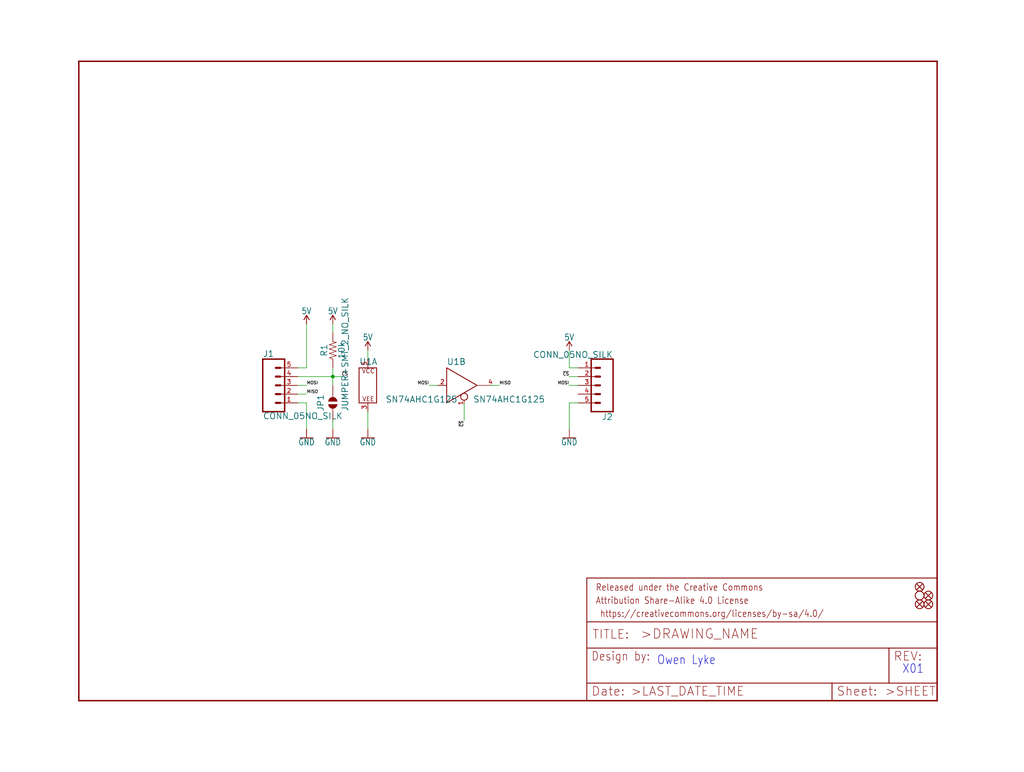
<source format=kicad_sch>
(kicad_sch (version 20211123) (generator eeschema)
  (paper "User" 297.002 223.926)
  (lib_symbols
    (symbol "eagleSchem-eagle-import:10KOHM-0603-1{slash}10W-1%"
      (property "Reference" "R" (at 0 1.524 0))
      (property "Value" "10KOHM-0603-1{slash}10W-1%" (at 0 -1.524 0))
      (symbol "10KOHM-0603-1{slash}10W-1%_1_0"
        (polyline (pts (xy -2.54 0) (xy -2.159 1.016)) (stroke (width 0.1524)))
        (polyline (pts (xy -2.159 1.016) (xy -1.524 -1.016)) (stroke (width 0.1524)))
        (polyline (pts (xy -1.524 -1.016) (xy -0.889 1.016)) (stroke (width 0.1524)))
        (polyline (pts (xy -0.889 1.016) (xy -0.254 -1.016)) (stroke (width 0.1524)))
        (polyline (pts (xy -0.254 -1.016) (xy 0.381 1.016)) (stroke (width 0.1524)))
        (polyline (pts (xy 0.381 1.016) (xy 1.016 -1.016)) (stroke (width 0.1524)))
        (polyline (pts (xy 1.016 -1.016) (xy 1.651 1.016)) (stroke (width 0.1524)))
        (polyline (pts (xy 1.651 1.016) (xy 2.286 -1.016)) (stroke (width 0.1524)))
        (polyline (pts (xy 2.286 -1.016) (xy 2.54 0)) (stroke (width 0.1524)))
        (pin passive line (at -5.08 0 0) (length 2.54) (name "1") (number "1"))
        (pin passive line (at 5.08 0 180) (length 2.54) (name "2") (number "2"))
      )
    )
    (symbol "eagleSchem-eagle-import:5V" (power)
      (property "Value" "5V" (at 0 2.794 0))
      (symbol "5V_1_0"
        (polyline (pts (xy 0 2.54) (xy -0.762 1.27)) (stroke (width 0.254)))
        (polyline (pts (xy 0.762 1.27) (xy 0 2.54)) (stroke (width 0.254)))
        (pin power_in line (at 0 0 90) (length 2.54) (name "5V") (number "1"))
      )
    )
    (symbol "eagleSchem-eagle-import:741G125D"
      (property "Reference" "U" (at -2.54 5.842 0))
      (property "Value" "741G125D" (at 5.08 -5.08 0))
      (symbol "741G125D_1_0"
        (polyline (pts (xy -2.54 -5.08) (xy -2.54 5.08)) (stroke (width 0.254)))
        (polyline (pts (xy -2.54 5.08) (xy 2.54 5.08)) (stroke (width 0.254)))
        (polyline (pts (xy 2.54 -5.08) (xy -2.54 -5.08)) (stroke (width 0.254)))
        (polyline (pts (xy 2.54 5.08) (xy 2.54 -5.08)) (stroke (width 0.254)))
        (text "VCC" (at 0.127 3.429 0) (effects (font (size 1.27 1.27)) (justify bottom)))
        (text "VEE" (at 0.127 -4.699 0) (effects (font (size 1.27 1.27)) (justify bottom)))
        (pin bidirectional line (at 0 -7.62 90) (length 2.54) (name "P$V-") (number "3"))
        (pin bidirectional line (at 0 7.62 270) (length 2.54) (name "P$V+") (number "5"))
      )
      (symbol "741G125D_2_0"
        (polyline (pts (xy -2.54 -5.08) (xy -2.54 5.08)) (stroke (width 0.254)))
        (polyline (pts (xy -2.54 5.08) (xy 6.2585 0)) (stroke (width 0.254)))
        (polyline (pts (xy 2.54 -4.318) (xy 2.54 -5.08)) (stroke (width 0.1524)))
        (polyline (pts (xy 6.2585 0) (xy -2.54 -5.08)) (stroke (width 0.254)))
        (polyline (pts (xy 10.16 0) (xy 6.096 0)) (stroke (width 0.1524)))
        (circle (center 2.54 -3.302) (radius 1.016) (stroke (width 0.254)))
        (pin bidirectional line (at 2.54 -5.08 270) (length 0) (name "~{EN}") (number "1"))
        (pin bidirectional line (at -5.08 0 0) (length 2.54) (name "A") (number "2"))
        (pin bidirectional line (at 10.16 0 0) (length 0) (name "Y") (number "4"))
      )
    )
    (symbol "eagleSchem-eagle-import:CONN_05NO_SILK"
      (property "Reference" "J" (at -2.54 8.128 0))
      (property "Value" "CONN_05NO_SILK" (at -2.54 -9.906 0))
      (symbol "CONN_05NO_SILK_1_0"
        (polyline (pts (xy -2.54 7.62) (xy -2.54 -7.62)) (stroke (width 0.4064)))
        (polyline (pts (xy -2.54 7.62) (xy 3.81 7.62)) (stroke (width 0.4064)))
        (polyline (pts (xy 1.27 -5.08) (xy 2.54 -5.08)) (stroke (width 0.6096)))
        (polyline (pts (xy 1.27 -2.54) (xy 2.54 -2.54)) (stroke (width 0.6096)))
        (polyline (pts (xy 1.27 0) (xy 2.54 0)) (stroke (width 0.6096)))
        (polyline (pts (xy 1.27 2.54) (xy 2.54 2.54)) (stroke (width 0.6096)))
        (polyline (pts (xy 1.27 5.08) (xy 2.54 5.08)) (stroke (width 0.6096)))
        (polyline (pts (xy 3.81 -7.62) (xy -2.54 -7.62)) (stroke (width 0.4064)))
        (polyline (pts (xy 3.81 -7.62) (xy 3.81 7.62)) (stroke (width 0.4064)))
        (pin passive line (at 7.62 -5.08 180) (length 5.08) (name "1") (number "1"))
        (pin passive line (at 7.62 -2.54 180) (length 5.08) (name "2") (number "2"))
        (pin passive line (at 7.62 0 180) (length 5.08) (name "3") (number "3"))
        (pin passive line (at 7.62 2.54 180) (length 5.08) (name "4") (number "4"))
        (pin passive line (at 7.62 5.08 180) (length 5.08) (name "5") (number "5"))
      )
    )
    (symbol "eagleSchem-eagle-import:FIDUCIAL1X2"
      (symbol "FIDUCIAL1X2_1_0"
        (polyline (pts (xy -0.762 0.762) (xy 0.762 -0.762)) (stroke (width 0.254)))
        (polyline (pts (xy 0.762 0.762) (xy -0.762 -0.762)) (stroke (width 0.254)))
        (circle (center 0 0) (radius 1.27) (stroke (width 0.254)))
      )
    )
    (symbol "eagleSchem-eagle-import:FRAME-LETTER"
      (symbol "FRAME-LETTER_1_0"
        (polyline (pts (xy 0 0) (xy 248.92 0)) (stroke (width 0.4064)))
        (polyline (pts (xy 0 185.42) (xy 0 0)) (stroke (width 0.4064)))
        (polyline (pts (xy 0 185.42) (xy 248.92 185.42)) (stroke (width 0.4064)))
        (polyline (pts (xy 248.92 185.42) (xy 248.92 0)) (stroke (width 0.4064)))
      )
      (symbol "FRAME-LETTER_2_0"
        (polyline (pts (xy 0 0) (xy 0 5.08)) (stroke (width 0.254)))
        (polyline (pts (xy 0 0) (xy 71.12 0)) (stroke (width 0.254)))
        (polyline (pts (xy 0 5.08) (xy 0 15.24)) (stroke (width 0.254)))
        (polyline (pts (xy 0 5.08) (xy 71.12 5.08)) (stroke (width 0.254)))
        (polyline (pts (xy 0 15.24) (xy 0 22.86)) (stroke (width 0.254)))
        (polyline (pts (xy 0 22.86) (xy 0 35.56)) (stroke (width 0.254)))
        (polyline (pts (xy 0 22.86) (xy 101.6 22.86)) (stroke (width 0.254)))
        (polyline (pts (xy 71.12 0) (xy 101.6 0)) (stroke (width 0.254)))
        (polyline (pts (xy 71.12 5.08) (xy 71.12 0)) (stroke (width 0.254)))
        (polyline (pts (xy 71.12 5.08) (xy 87.63 5.08)) (stroke (width 0.254)))
        (polyline (pts (xy 87.63 5.08) (xy 101.6 5.08)) (stroke (width 0.254)))
        (polyline (pts (xy 87.63 15.24) (xy 0 15.24)) (stroke (width 0.254)))
        (polyline (pts (xy 87.63 15.24) (xy 87.63 5.08)) (stroke (width 0.254)))
        (polyline (pts (xy 101.6 5.08) (xy 101.6 0)) (stroke (width 0.254)))
        (polyline (pts (xy 101.6 15.24) (xy 87.63 15.24)) (stroke (width 0.254)))
        (polyline (pts (xy 101.6 15.24) (xy 101.6 5.08)) (stroke (width 0.254)))
        (polyline (pts (xy 101.6 22.86) (xy 101.6 15.24)) (stroke (width 0.254)))
        (polyline (pts (xy 101.6 35.56) (xy 0 35.56)) (stroke (width 0.254)))
        (polyline (pts (xy 101.6 35.56) (xy 101.6 22.86)) (stroke (width 0.254)))
        (text " https://creativecommons.org/licenses/by-sa/4.0/" (at 2.54 24.13 0) (effects (font (size 1.9304 1.6408)) (justify left bottom)))
        (text ">DRAWING_NAME" (at 15.494 17.78 0) (effects (font (size 2.7432 2.7432)) (justify left bottom)))
        (text ">LAST_DATE_TIME" (at 12.7 1.27 0) (effects (font (size 2.54 2.54)) (justify left bottom)))
        (text ">SHEET" (at 86.36 1.27 0) (effects (font (size 2.54 2.54)) (justify left bottom)))
        (text "Attribution Share-Alike 4.0 License" (at 2.54 27.94 0) (effects (font (size 1.9304 1.6408)) (justify left bottom)))
        (text "Date:" (at 1.27 1.27 0) (effects (font (size 2.54 2.54)) (justify left bottom)))
        (text "Design by:" (at 1.27 11.43 0) (effects (font (size 2.54 2.159)) (justify left bottom)))
        (text "Released under the Creative Commons" (at 2.54 31.75 0) (effects (font (size 1.9304 1.6408)) (justify left bottom)))
        (text "REV:" (at 88.9 11.43 0) (effects (font (size 2.54 2.54)) (justify left bottom)))
        (text "Sheet:" (at 72.39 1.27 0) (effects (font (size 2.54 2.54)) (justify left bottom)))
        (text "TITLE:" (at 1.524 17.78 0) (effects (font (size 2.54 2.54)) (justify left bottom)))
      )
    )
    (symbol "eagleSchem-eagle-import:GND" (power)
      (property "Value" "GND" (at 0 -0.254 0))
      (symbol "GND_1_0"
        (polyline (pts (xy -1.905 0) (xy 1.905 0)) (stroke (width 0.254)))
        (pin power_in line (at 0 2.54 270) (length 2.54) (name "GND") (number "1"))
      )
    )
    (symbol "eagleSchem-eagle-import:JUMPER-SMT_2_NO_SILK"
      (property "Reference" "JP" (at -2.54 2.54 0))
      (property "Value" "JUMPER-SMT_2_NO_SILK" (at -2.54 -2.54 0))
      (symbol "JUMPER-SMT_2_NO_SILK_1_0"
        (arc (start -0.381 1.2699) (mid -1.6508 0) (end -0.381 -1.2699) (stroke (width 0.0001)) (fill (type outline)))
        (polyline (pts (xy -2.54 0) (xy -1.651 0)) (stroke (width 0.1524)))
        (polyline (pts (xy 2.54 0) (xy 1.651 0)) (stroke (width 0.1524)))
        (arc (start 0.381 -1.2699) (mid 1.6508 0) (end 0.381 1.2699) (stroke (width 0.0001)) (fill (type outline)))
        (pin passive line (at -5.08 0 0) (length 2.54) (name "1") (number "1"))
        (pin passive line (at 5.08 0 180) (length 2.54) (name "2") (number "2"))
      )
    )
    (symbol "eagleSchem-eagle-import:STAND-OFF"
      (symbol "STAND-OFF_1_0"
        (circle (center 0 0) (radius 1.27) (stroke (width 0.254)))
      )
    )
  )
  (junction (at 96.52 109.22))
  (wire (pts (xy 167.64 111.76) (xy 165.1 111.76)))
  (wire (pts (xy 96.52 106.68) (xy 96.52 109.22)))
  (wire (pts (xy 167.64 116.84) (xy 165.1 116.84)))
  (wire (pts (xy 96.52 109.22) (xy 99.06 109.22)))
  (wire (pts (xy 86.36 116.84) (xy 88.9 116.84)))
  (wire (pts (xy 96.52 124.46) (xy 96.52 121.92)))
  (wire (pts (xy 165.1 116.84) (xy 165.1 124.46)))
  (wire (pts (xy 165.1 106.68) (xy 165.1 101.6)))
  (wire (pts (xy 86.36 106.68) (xy 88.9 106.68)))
  (wire (pts (xy 167.64 109.22) (xy 165.1 109.22)))
  (wire (pts (xy 86.36 111.76) (xy 88.9 111.76)))
  (wire (pts (xy 86.36 114.3) (xy 88.9 114.3)))
  (wire (pts (xy 167.64 106.68) (xy 165.1 106.68)))
  (wire (pts (xy 96.52 96.52) (xy 96.52 93.98)))
  (wire (pts (xy 88.9 106.68) (xy 88.9 93.98)))
  (wire (pts (xy 142.24 111.76) (xy 144.78 111.76)))
  (wire (pts (xy 88.9 116.84) (xy 88.9 124.46)))
  (wire (pts (xy 96.52 111.76) (xy 96.52 109.22)))
  (wire (pts (xy 106.68 119.38) (xy 106.68 124.46)))
  (wire (pts (xy 127 111.76) (xy 124.46 111.76)))
  (wire (pts (xy 106.68 104.14) (xy 106.68 101.6)))
  (wire (pts (xy 134.62 116.84) (xy 134.62 121.92)))
  (wire (pts (xy 86.36 109.22) (xy 96.52 109.22)))
  (text "X01" (at 261.62 195.58 180) (effects (font (size 2.54 2.159)) (justify left bottom)))
  (text "Owen Lyke" (at 190.5 193.04 180) (effects (font (size 2.54 2.159)) (justify left bottom)))
  (label "MISO" (at 88.9 114.3 0) (effects (font (size 0.889 0.889))))
  (label "~{CS}" (at 165.1 109.22 180) (effects (font (size 0.889 0.889))))
  (label "MOSI" (at 165.1 111.76 180) (effects (font (size 0.889 0.889))))
  (label "~{CS}" (at 99.06 109.22 0) (effects (font (size 0.889 0.889))))
  (label "MISO" (at 144.78 111.76 0) (effects (font (size 0.889 0.889))))
  (label "MOSI" (at 88.9 111.76 0) (effects (font (size 0.889 0.889))))
  (label "MOSI" (at 124.46 111.76 180) (effects (font (size 0.889 0.889))))
  (label "~{CS}" (at 134.62 121.92 270) (effects (font (size 0.889 0.889))))
  (symbol (lib_id "eagleSchem-eagle-import:FRAME-LETTER") (at 22.86 203.2 0) (unit 1)
    (property "Reference" "FRAME1" (effects hide))
    (property "Value" "FRAME-LETTER" (effects hide))
    (property "Footprint" "eagleSchem:CREATIVE_COMMONS" (effects hide))
  )
  (symbol (lib_id "eagleSchem-eagle-import:FIDUCIAL1X2") (at 269.24 172.72 0) (unit 1)
    (property "Reference" "FD2" (effects hide))
    (property "Value" "FIDUCIAL1X2" (effects hide))
    (property "Footprint" "eagleSchem:FIDUCIAL-1X2" (effects hide))
  )
  (symbol (lib_id "eagleSchem-eagle-import:GND") (at 106.68 127 0) (unit 1)
    (property "Reference" "#GND3" (effects hide))
    (property "Value" "GND" (at 106.68 127.254 0) (effects (font (size 1.778 1.5113)) (justify top)))
    (property "Footprint" "eagleSchem:" (effects hide))
  )
  (symbol (lib_id "eagleSchem-eagle-import:10KOHM-0603-1{slash}10W-1%") (at 96.52 101.6 90) (unit 1)
    (property "Reference" "R1" (at 94.996 101.6 0) (effects (font (size 1.778 1.778)) (justify bottom)))
    (property "Value" "10k" (at 98.044 101.6 0) (effects (font (size 1.778 1.778)) (justify top)))
    (property "Footprint" "eagleSchem:0603" (effects hide))
  )
  (symbol (lib_id "eagleSchem-eagle-import:5V") (at 106.68 101.6 0) (unit 1)
    (property "Reference" "#SUPPLY3" (effects hide))
    (property "Value" "5V" (at 106.68 98.806 0) (effects (font (size 1.778 1.5113)) (justify bottom)))
    (property "Footprint" "eagleSchem:" (effects hide))
  )
  (symbol (lib_id "eagleSchem-eagle-import:GND") (at 165.1 127 0) (unit 1)
    (property "Reference" "#GND2" (effects hide))
    (property "Value" "GND" (at 165.1 127.254 0) (effects (font (size 1.778 1.5113)) (justify top)))
    (property "Footprint" "eagleSchem:" (effects hide))
  )
  (symbol (lib_id "eagleSchem-eagle-import:CONN_05NO_SILK") (at 78.74 111.76 0) (unit 1)
    (property "Reference" "J1" (at 76.2 103.632 0) (effects (font (size 1.778 1.778)) (justify left bottom)))
    (property "Value" "CONN_05NO_SILK" (at 76.2 121.666 0) (effects (font (size 1.778 1.778)) (justify left bottom)))
    (property "Footprint" "eagleSchem:1X05_NO_SILK" (effects hide))
  )
  (symbol (lib_id "eagleSchem-eagle-import:FRAME-LETTER") (at 170.18 203.2 0) (unit 2)
    (property "Reference" "FRAME1" (effects hide))
    (property "Value" "FRAME-LETTER" (effects hide))
    (property "Footprint" "eagleSchem:CREATIVE_COMMONS" (effects hide))
  )
  (symbol (lib_id "eagleSchem-eagle-import:GND") (at 96.52 127 0) (unit 1)
    (property "Reference" "#GND4" (effects hide))
    (property "Value" "GND" (at 96.52 127.254 0) (effects (font (size 1.778 1.5113)) (justify top)))
    (property "Footprint" "eagleSchem:" (effects hide))
  )
  (symbol (lib_id "eagleSchem-eagle-import:741G125D") (at 132.08 111.76 0) (unit 2)
    (property "Reference" "U1" (at 129.54 105.918 0) (effects (font (size 1.778 1.778)) (justify left bottom)))
    (property "Value" "SN74AHC1G125" (at 137.16 116.84 0) (effects (font (size 1.778 1.778)) (justify left bottom)))
    (property "Footprint" "eagleSchem:SOT23-5" (effects hide))
  )
  (symbol (lib_id "eagleSchem-eagle-import:JUMPER-SMT_2_NO_SILK") (at 96.52 116.84 90) (unit 1)
    (property "Reference" "JP1" (at 93.98 119.38 0) (effects (font (size 1.778 1.778)) (justify left bottom)))
    (property "Value" "JUMPER-SMT_2_NO_SILK" (at 99.06 119.38 0) (effects (font (size 1.778 1.778)) (justify left top)))
    (property "Footprint" "eagleSchem:SMT-JUMPER_2_NO_SILK" (effects hide))
  )
  (symbol (lib_id "eagleSchem-eagle-import:FIDUCIAL1X2") (at 266.7 175.26 0) (unit 1)
    (property "Reference" "FD3" (effects hide))
    (property "Value" "FIDUCIAL1X2" (effects hide))
    (property "Footprint" "eagleSchem:FIDUCIAL-1X2" (effects hide))
  )
  (symbol (lib_id "eagleSchem-eagle-import:STAND-OFF") (at 266.7 172.72 0) (unit 1)
    (property "Reference" "H2" (effects hide))
    (property "Value" "STAND-OFF" (effects hide))
    (property "Footprint" "eagleSchem:STAND-OFF" (effects hide))
  )
  (symbol (lib_id "eagleSchem-eagle-import:5V") (at 165.1 101.6 0) (unit 1)
    (property "Reference" "#SUPPLY2" (effects hide))
    (property "Value" "5V" (at 165.1 98.806 0) (effects (font (size 1.778 1.5113)) (justify bottom)))
    (property "Footprint" "eagleSchem:" (effects hide))
  )
  (symbol (lib_id "eagleSchem-eagle-import:5V") (at 88.9 93.98 0) (unit 1)
    (property "Reference" "#SUPPLY1" (effects hide))
    (property "Value" "5V" (at 88.9 91.186 0) (effects (font (size 1.778 1.5113)) (justify bottom)))
    (property "Footprint" "eagleSchem:" (effects hide))
  )
  (symbol (lib_id "eagleSchem-eagle-import:GND") (at 88.9 127 0) (unit 1)
    (property "Reference" "#GND1" (effects hide))
    (property "Value" "GND" (at 88.9 127.254 0) (effects (font (size 1.778 1.5113)) (justify top)))
    (property "Footprint" "eagleSchem:" (effects hide))
  )
  (symbol (lib_id "eagleSchem-eagle-import:FIDUCIAL1X2") (at 269.24 175.26 0) (unit 1)
    (property "Reference" "FD4" (effects hide))
    (property "Value" "FIDUCIAL1X2" (effects hide))
    (property "Footprint" "eagleSchem:FIDUCIAL-1X2" (effects hide))
  )
  (symbol (lib_id "eagleSchem-eagle-import:5V") (at 96.52 93.98 0) (unit 1)
    (property "Reference" "#SUPPLY4" (effects hide))
    (property "Value" "5V" (at 96.52 91.186 0) (effects (font (size 1.778 1.5113)) (justify bottom)))
    (property "Footprint" "eagleSchem:" (effects hide))
  )
  (symbol (lib_id "eagleSchem-eagle-import:741G125D") (at 106.68 111.76 0) (unit 1)
    (property "Reference" "U1" (at 104.14 105.918 0) (effects (font (size 1.778 1.778)) (justify left bottom)))
    (property "Value" "SN74AHC1G125" (at 111.76 116.84 0) (effects (font (size 1.778 1.778)) (justify left bottom)))
    (property "Footprint" "eagleSchem:SOT23-5" (effects hide))
  )
  (symbol (lib_id "eagleSchem-eagle-import:FIDUCIAL1X2") (at 266.7 170.18 0) (unit 1)
    (property "Reference" "FD1" (effects hide))
    (property "Value" "FIDUCIAL1X2" (effects hide))
    (property "Footprint" "eagleSchem:FIDUCIAL-1X2" (effects hide))
  )
  (symbol (lib_id "eagleSchem-eagle-import:CONN_05NO_SILK") (at 175.26 111.76 180) (unit 1)
    (property "Reference" "J2" (at 177.8 119.888 0) (effects (font (size 1.778 1.778)) (justify left bottom)))
    (property "Value" "CONN_05NO_SILK" (at 177.8 101.854 0) (effects (font (size 1.778 1.778)) (justify left bottom)))
    (property "Footprint" "eagleSchem:1X05_NO_SILK" (effects hide))
  )
)
</source>
